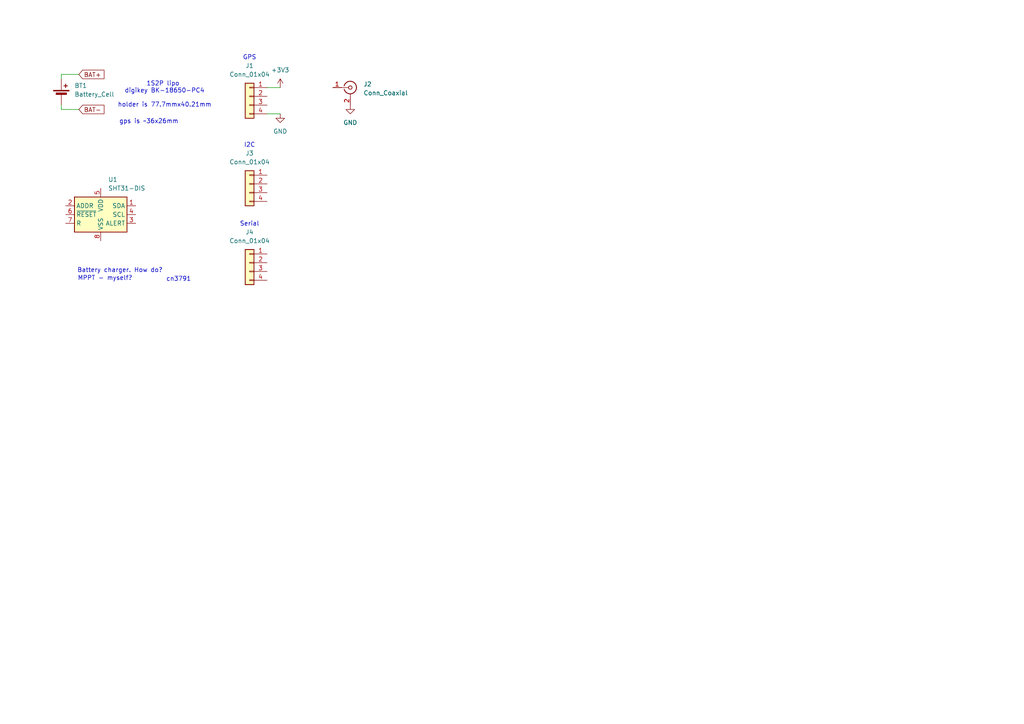
<source format=kicad_sch>
(kicad_sch (version 20250114) (generator "eeschema") (generator_version "9.0")
  (paper "A4")
  (lib_symbols
    (symbol "Connector:Conn_Coaxial" (pin_names (offset 1.016) (hide yes))
      (property "Reference" "J" (at 0.254 3.048 0))
      (property "Value" "Conn_Coaxial" (at 2.921 0 90))
      (symbol "Conn_Coaxial_0_1"
        (polyline (pts (xy -2.54 0) (xy -0.508 0)))
        (arc (start 1.778 0) (mid 0.222 -1.8079) (end -1.778 -0.508) (stroke (width 0.254)))
        (arc (start -1.778 0.508) (mid 0.2221 1.8084) (end 1.778 0) (stroke (width 0.254)))
        (circle (center 0 0) (radius 0.508) (stroke (width 0.2032)))
        (polyline (pts (xy 0 -2.54) (xy 0 -1.778)))
      )
      (symbol "Conn_Coaxial_1_1"
        (pin passive line (at -5.08 0 0) (length 2.54) (name "In") (number "1"))
        (pin passive line (at 0 -5.08 90) (length 2.54) (name "Ext") (number "2"))
      )
    )
    (symbol "Connector_Generic:Conn_01x04" (pin_names (offset 1.016) (hide yes))
      (property "Reference" "J" (at 0 5.08 0))
      (property "Value" "Conn_01x04" (at 0 -7.62 0))
      (symbol "Conn_01x04_1_1"
        (rectangle (start -1.27 3.81) (end 1.27 -6.35) (stroke (width 0.254)) (fill (type background)))
        (rectangle (start -1.27 2.667) (end 0 2.413) (stroke (width 0.1524)))
        (rectangle (start -1.27 0.127) (end 0 -0.127) (stroke (width 0.1524)))
        (rectangle (start -1.27 -2.413) (end 0 -2.667) (stroke (width 0.1524)))
        (rectangle (start -1.27 -4.953) (end 0 -5.207) (stroke (width 0.1524)))
        (pin passive line (at -5.08 2.54 0) (length 3.81) (name "Pin_1") (number "1"))
        (pin passive line (at -5.08 0 0) (length 3.81) (name "Pin_2") (number "2"))
        (pin passive line (at -5.08 -2.54 0) (length 3.81) (name "Pin_3") (number "3"))
        (pin passive line (at -5.08 -5.08 0) (length 3.81) (name "Pin_4") (number "4"))
      )
    )
    (symbol "Device:Battery_Cell" (pin_numbers (hide yes)) (pin_names (offset 0) (hide yes))
      (property "Reference" "BT" (at 2.54 2.54 0))
      (property "Value" "Battery_Cell" (at 2.54 0 0))
      (symbol "Battery_Cell_0_1"
        (rectangle (start -2.286 1.778) (end 2.286 1.524) (fill (type outline)))
        (rectangle (start -1.524 1.016) (end 1.524 0.508) (fill (type outline)))
        (polyline (pts (xy 0 1.778) (xy 0 2.54)))
        (polyline (pts (xy 0 0.762) (xy 0 0)))
        (polyline (pts (xy 0.762 3.048) (xy 1.778 3.048)) (stroke (width 0.254)))
        (polyline (pts (xy 1.27 3.556) (xy 1.27 2.54)) (stroke (width 0.254)))
      )
      (symbol "Battery_Cell_1_1"
        (pin passive line (at 0 5.08 270) (length 2.54) (name "+") (number "1"))
        (pin passive line (at 0 -2.54 90) (length 2.54) (name "-") (number "2"))
      )
    )
    (symbol "Sensor_Humidity:SHT31-DIS"
      (property "Reference" "U" (at -6.35 6.35 0))
      (property "Value" "SHT31-DIS" (at 6.35 6.35 0))
      (symbol "SHT31-DIS_0_1"
        (rectangle (start -7.62 5.08) (end 7.62 -5.08) (stroke (width 0.254)) (fill (type background)))
      )
      (symbol "SHT31-DIS_1_1"
        (pin input line (at -10.16 2.54 0) (length 2.54) (name "ADDR") (number "2"))
        (pin input line (at -10.16 0 0) (length 2.54) (name "~{RESET}") (number "6"))
        (pin passive line (at -10.16 -2.54 0) (length 2.54) (name "R") (number "7"))
        (pin power_in line (at 0 7.62 270) (length 2.54) (name "VDD") (number "5"))
        (pin power_in line (at 0 -7.62 90) (length 2.54) (name "VSS") (number "8"))
        (pin passive line (at 0 -7.62 90) (length 2.54) (hide yes) (name "VSS") (number "9"))
        (pin bidirectional line (at 10.16 2.54 180) (length 2.54) (name "SDA") (number "1"))
        (pin input line (at 10.16 0 180) (length 2.54) (name "SCL") (number "4"))
        (pin output line (at 10.16 -2.54 180) (length 2.54) (name "ALERT") (number "3"))
      )
    )
    (symbol "power:+3V3" (power) (pin_numbers (hide yes)) (pin_names (offset 0) (hide yes))
      (property "Value" "+3V3" (at 0 3.556 0))
      (symbol "+3V3_0_1"
        (polyline (pts (xy -0.762 1.27) (xy 0 2.54)))
        (polyline (pts (xy 0 2.54) (xy 0.762 1.27)))
        (polyline (pts (xy 0 0) (xy 0 2.54)))
      )
      (symbol "+3V3_1_1"
        (pin power_in line (at 0 0 90) (length 0) (name "~") (number "1"))
      )
    )
    (symbol "power:GND" (power) (pin_numbers (hide yes)) (pin_names (offset 0) (hide yes))
      (property "Value" "GND" (at 0 -3.81 0))
      (symbol "GND_0_1"
        (polyline (pts (xy 0 0) (xy 0 -1.27) (xy 1.27 -1.27) (xy 0 -2.54) (xy -1.27 -1.27) (xy 0 -1.27)))
      )
      (symbol "GND_1_1"
        (pin power_in line (at 0 0 270) (length 0) (name "~") (number "1"))
      )
    )
  )
  (text "Battery charger. How do?" (at 34.798 78.486 0) (effects (font (size 1.27 1.27))))
  (text "cn3791" (at 51.816 81.026 0) (effects (font (size 1.27 1.27))))
  (text "Serial" (at 72.39 65.024 0) (effects (font (size 1.27 1.27))))
  (text "1S2P lipo \ndigikey BK-18650-PC4\n\nholder is 77.7mmx40.21mm" (at 47.752 27.432 0) (effects (font (size 1.27 1.27))))
  (text "GPS" (at 72.39 16.764 0) (effects (font (size 1.27 1.27))))
  (text "I2C" (at 72.39 42.164 0) (effects (font (size 1.27 1.27))))
  (text "MPPT - myself?" (at 30.48 80.772 0) (effects (font (size 1.27 1.27))))
  (text "gps is ~36x26mm" (at 43.18 35.306 0) (effects (font (size 1.27 1.27))))
  (wire (pts (xy 81.28 33.02) (xy 77.47 33.02)))
  (wire (pts (xy 81.28 25.4) (xy 77.47 25.4)))
  (wire (pts (xy 17.78 22.86) (xy 17.78 21.59)))
  (wire (pts (xy 22.86 31.75) (xy 17.78 31.75)))
  (wire (pts (xy 17.78 31.75) (xy 17.78 30.48)))
  (wire (pts (xy 17.78 21.59) (xy 22.86 21.59)))
  (global_label "BAT+" (shape input) (at 22.86 21.59 0) (property "Intersheetrefs" "${INTERSHEET_REFS}" (effects (hide yes))))
  (global_label "BAT-" (shape input) (at 22.86 31.75 0) (property "Intersheetrefs" "${INTERSHEET_REFS}" (effects (hide yes))))
  (symbol (lib_id "power:GND") (at 101.6 30.48 0) (unit 1)
    (property "Reference" "#PWR01" (effects (hide yes)))
    (property "Value" "GND" (at 101.6 35.56 0))
    (property "Description" "Power symbol creates a global label with name \"GND\" , ground" (effects (hide yes)))
  )
  (symbol (lib_id "power:+3V3") (at 81.28 25.4 0) (unit 1)
    (property "Reference" "#PWR03" (effects (hide yes)))
    (property "Value" "+3V3" (at 81.28 20.32 0))
    (property "Description" "Power symbol creates a global label with name \"+3V3\"" (effects (hide yes)))
  )
  (symbol (lib_id "power:GND") (at 81.28 33.02 0) (unit 1)
    (property "Reference" "#PWR02" (effects (hide yes)))
    (property "Value" "GND" (at 81.28 38.1 0))
    (property "Description" "Power symbol creates a global label with name \"GND\" , ground" (effects (hide yes)))
  )
  (symbol (lib_id "Connector_Generic:Conn_01x04") (at 72.39 53.34 0) (mirror y) (unit 1)
    (property "Reference" "J3" (at 72.39 44.45 0))
    (property "Value" "Conn_01x04" (at 72.39 46.99 0))
    (property "Description" "Generic connector, single row, 01x04, script generated (kicad-library-utils/schlib/autogen/connector/)" (effects (hide yes)))
  )
  (symbol (lib_id "Device:Battery_Cell") (at 17.78 27.94 0) (unit 1)
    (property "Reference" "BT1" (at 21.59 24.8284 0) (effects (justify left)))
    (property "Value" "Battery_Cell" (at 21.59 27.3684 0) (effects (justify left)))
    (property "Description" "Single-cell battery" (effects (hide yes)))
  )
  (symbol (lib_id "Sensor_Humidity:SHT31-DIS") (at 29.21 62.23 0) (unit 1)
    (property "Reference" "U1" (at 31.3533 52.07 0) (effects (justify left)))
    (property "Value" "SHT31-DIS" (at 31.3533 54.61 0) (effects (justify left)))
    (property "Footprint" "Sensor_Humidity:Sensirion_DFN-8-1EP_2.5x2.5mm_P0.5mm_EP1.1x1.7mm" (effects (hide yes)))
    (property "Datasheet" "https://www.sensirion.com/fileadmin/user_upload/customers/sensirion/Dokumente/2_Humidity_Sensors/Datasheets/Sensirion_Humidity_Sensors_SHT3x_Datasheet_digital.pdf" (effects (hide yes)))
    (property "Description" "I²C humidity and temperature sensor, ±2%RH, ±0.2°C, DFN-8" (effects (hide yes)))
  )
  (symbol (lib_id "Connector:Conn_Coaxial") (at 101.6 25.4 0) (unit 1)
    (property "Reference" "J2" (at 105.41 24.4231 0) (effects (justify left)))
    (property "Value" "Conn_Coaxial" (at 105.41 26.9631 0) (effects (justify left)))
    (property "Description" "coaxial connector (BNC, SMA, SMB, SMC, Cinch/RCA, LEMO, ...)" (effects (hide yes)))
  )
  (symbol (lib_id "Connector_Generic:Conn_01x04") (at 72.39 27.94 0) (mirror y) (unit 1)
    (property "Reference" "J1" (at 72.39 19.05 0))
    (property "Value" "Conn_01x04" (at 72.39 21.59 0))
    (property "Description" "Generic connector, single row, 01x04, script generated (kicad-library-utils/schlib/autogen/connector/)" (effects (hide yes)))
  )
  (symbol (lib_id "Connector_Generic:Conn_01x04") (at 72.39 76.2 0) (mirror y) (unit 1)
    (property "Reference" "J4" (at 72.39 67.31 0))
    (property "Value" "Conn_01x04" (at 72.39 69.85 0))
    (property "Description" "Generic connector, single row, 01x04, script generated (kicad-library-utils/schlib/autogen/connector/)" (effects (hide yes)))
  )
)
</source>
